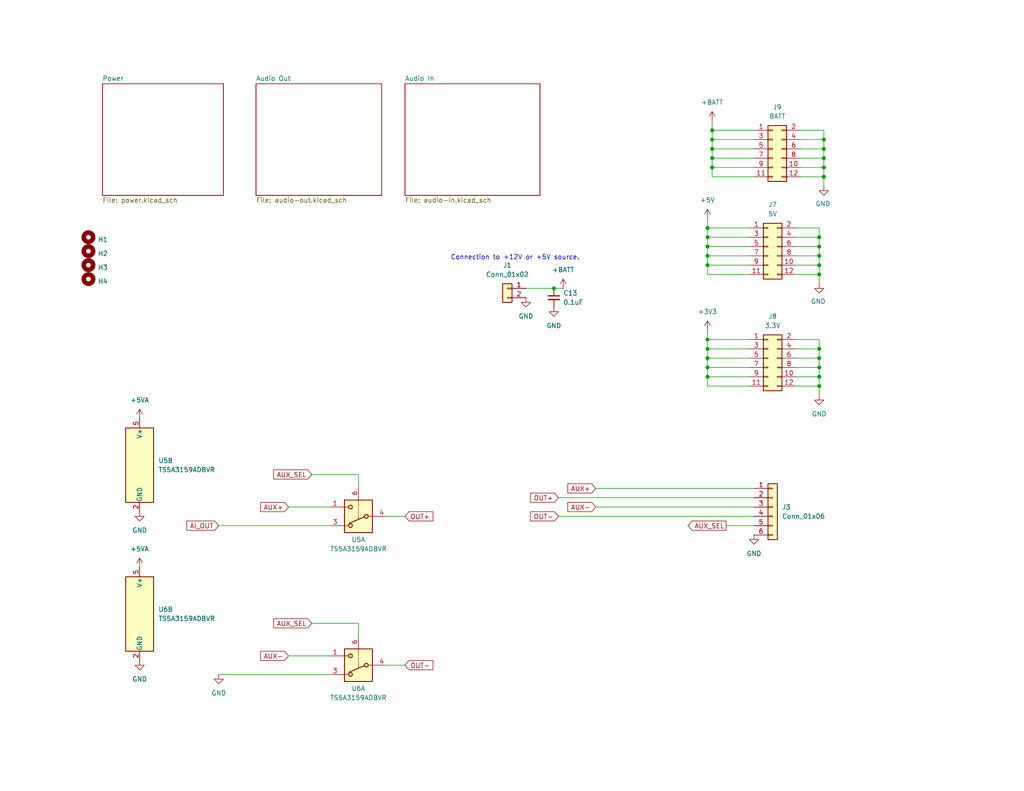
<source format=kicad_sch>
(kicad_sch (version 20231120) (generator "eeschema") (generator_version "8.0")
  (paper "USLetter")
  (title_block (title "Utility Board 1") (date "2025-02-13") (rev "1") (company "Bruce MacKinnon KC1FSZ") (comment 1 "Copyright (C) Bruce MacKinnon, 2025") (comment 2 "NOT FOR COMMERCIAL USE"))
  (lib_symbols
    (symbol "Analog_Switch:TS5A3159ADBVR" (pin_names (offset 0.127))
      (property "Reference" "U" (at -3.175 4.699 0))
      (property "Value" "TS5A3159ADBVR" (at -3.175 2.921 0))
      (symbol "TS5A3159ADBVR_1_1"
        (rectangle (start -3.81 4.445) (end 3.81 -4.445) (stroke (width 0.254)) (fill (type background)))
        (circle (center -2.159 0) (radius 0.508) (stroke (width 0.254)))
        (polyline (pts (xy -5.08 0) (xy -2.794 0)))
        (polyline (pts (xy -1.651 0.127) (xy 2.54 1.905)) (stroke (width 0.254)))
        (polyline (pts (xy 0 -5.08) (xy 0 -4.572)))
        (polyline (pts (xy 0 -4.318) (xy 0 -4.064)))
        (polyline (pts (xy 0 -3.81) (xy 0 -3.556)))
        (polyline (pts (xy 0 -3.302) (xy 0 -3.048)))
        (polyline (pts (xy 0 -2.794) (xy 0 -2.54)))
        (polyline (pts (xy 0 -2.286) (xy 0 -2.032)))
        (polyline (pts (xy 0 -1.778) (xy 0 -1.524)))
        (polyline (pts (xy 0 -1.27) (xy 0 -1.016)))
        (polyline (pts (xy 0 -0.762) (xy 0 -0.508)))
        (polyline (pts (xy 0 -0.254) (xy 0 0)))
        (polyline (pts (xy 0 0.254) (xy 0 0.508)))
        (polyline (pts (xy 0 0.254) (xy 0 0.508)))
        (polyline (pts (xy 5.08 -2.54) (xy 2.794 -2.54)))
        (polyline (pts (xy 5.08 2.54) (xy 2.794 2.54)))
        (circle (center 2.159 -2.54) (radius 0.508) (stroke (width 0.254)))
        (circle (center 2.159 2.54) (radius 0.508) (stroke (width 0.254)))
        (pin passive line (at 7.62 -2.54 180) (length 2.54) (name "~") (number "1"))
        (pin passive line (at 7.62 2.54 180) (length 2.54) (name "~") (number "3"))
        (pin passive line (at -7.62 0 0) (length 2.54) (name "~") (number "4"))
        (pin input line (at 0 -7.62 90) (length 2.54) (name "~") (number "6"))
      )
      (symbol "TS5A3159ADBVR_2_0"
        (pin power_in line (at 0 -12.7 90) (length 2.54) (name "GND") (number "2"))
        (pin power_in line (at 0 12.7 270) (length 2.54) (name "V+") (number "5"))
      )
      (symbol "TS5A3159ADBVR_2_1"
        (rectangle (start -3.81 10.16) (end 3.81 -10.16) (stroke (width 0.254)) (fill (type background)))
      )
    )
    (symbol "Connector_Generic:Conn_01x02" (pin_names (offset 1.016) hide)
      (property "Reference" "J" (at 0 2.54 0))
      (property "Value" "Conn_01x02" (at 0 -5.08 0))
      (symbol "Conn_01x02_1_1"
        (rectangle (start -1.27 -2.413) (end 0 -2.667) (stroke (width 0.1524)))
        (rectangle (start -1.27 0.127) (end 0 -0.127) (stroke (width 0.1524)))
        (rectangle (start -1.27 1.27) (end 1.27 -3.81) (stroke (width 0.254)) (fill (type background)))
        (pin passive line (at -5.08 0 0) (length 3.81) (name "Pin_1") (number "1"))
        (pin passive line (at -5.08 -2.54 0) (length 3.81) (name "Pin_2") (number "2"))
      )
    )
    (symbol "Connector_Generic:Conn_01x06" (pin_names (offset 1.016) hide)
      (property "Reference" "J" (at 0 7.62 0))
      (property "Value" "Conn_01x06" (at 0 -10.16 0))
      (symbol "Conn_01x06_1_1"
        (rectangle (start -1.27 -7.493) (end 0 -7.747) (stroke (width 0.1524)))
        (rectangle (start -1.27 -4.953) (end 0 -5.207) (stroke (width 0.1524)))
        (rectangle (start -1.27 -2.413) (end 0 -2.667) (stroke (width 0.1524)))
        (rectangle (start -1.27 0.127) (end 0 -0.127) (stroke (width 0.1524)))
        (rectangle (start -1.27 2.667) (end 0 2.413) (stroke (width 0.1524)))
        (rectangle (start -1.27 5.207) (end 0 4.953) (stroke (width 0.1524)))
        (rectangle (start -1.27 6.35) (end 1.27 -8.89) (stroke (width 0.254)) (fill (type background)))
        (pin passive line (at -5.08 5.08 0) (length 3.81) (name "Pin_1") (number "1"))
        (pin passive line (at -5.08 2.54 0) (length 3.81) (name "Pin_2") (number "2"))
        (pin passive line (at -5.08 0 0) (length 3.81) (name "Pin_3") (number "3"))
        (pin passive line (at -5.08 -2.54 0) (length 3.81) (name "Pin_4") (number "4"))
        (pin passive line (at -5.08 -5.08 0) (length 3.81) (name "Pin_5") (number "5"))
        (pin passive line (at -5.08 -7.62 0) (length 3.81) (name "Pin_6") (number "6"))
      )
    )
    (symbol "Connector_Generic:Conn_02x06_Odd_Even" (pin_names (offset 1.016) hide)
      (property "Reference" "J" (at 1.27 7.62 0))
      (property "Value" "Conn_02x06_Odd_Even" (at 1.27 -10.16 0))
      (symbol "Conn_02x06_Odd_Even_1_1"
        (rectangle (start -1.27 -7.493) (end 0 -7.747) (stroke (width 0.1524)))
        (rectangle (start -1.27 -4.953) (end 0 -5.207) (stroke (width 0.1524)))
        (rectangle (start -1.27 -2.413) (end 0 -2.667) (stroke (width 0.1524)))
        (rectangle (start -1.27 0.127) (end 0 -0.127) (stroke (width 0.1524)))
        (rectangle (start -1.27 2.667) (end 0 2.413) (stroke (width 0.1524)))
        (rectangle (start -1.27 5.207) (end 0 4.953) (stroke (width 0.1524)))
        (rectangle (start -1.27 6.35) (end 3.81 -8.89) (stroke (width 0.254)) (fill (type background)))
        (rectangle (start 3.81 -7.493) (end 2.54 -7.747) (stroke (width 0.1524)))
        (rectangle (start 3.81 -4.953) (end 2.54 -5.207) (stroke (width 0.1524)))
        (rectangle (start 3.81 -2.413) (end 2.54 -2.667) (stroke (width 0.1524)))
        (rectangle (start 3.81 0.127) (end 2.54 -0.127) (stroke (width 0.1524)))
        (rectangle (start 3.81 2.667) (end 2.54 2.413) (stroke (width 0.1524)))
        (rectangle (start 3.81 5.207) (end 2.54 4.953) (stroke (width 0.1524)))
        (pin passive line (at -5.08 5.08 0) (length 3.81) (name "Pin_1") (number "1"))
        (pin passive line (at 7.62 -5.08 180) (length 3.81) (name "Pin_10") (number "10"))
        (pin passive line (at -5.08 -7.62 0) (length 3.81) (name "Pin_11") (number "11"))
        (pin passive line (at 7.62 -7.62 180) (length 3.81) (name "Pin_12") (number "12"))
        (pin passive line (at 7.62 5.08 180) (length 3.81) (name "Pin_2") (number "2"))
        (pin passive line (at -5.08 2.54 0) (length 3.81) (name "Pin_3") (number "3"))
        (pin passive line (at 7.62 2.54 180) (length 3.81) (name "Pin_4") (number "4"))
        (pin passive line (at -5.08 0 0) (length 3.81) (name "Pin_5") (number "5"))
        (pin passive line (at 7.62 0 180) (length 3.81) (name "Pin_6") (number "6"))
        (pin passive line (at -5.08 -2.54 0) (length 3.81) (name "Pin_7") (number "7"))
        (pin passive line (at 7.62 -2.54 180) (length 3.81) (name "Pin_8") (number "8"))
        (pin passive line (at -5.08 -5.08 0) (length 3.81) (name "Pin_9") (number "9"))
      )
    )
    (symbol "Device:C_Small" (pin_numbers hide) (pin_names (offset 0.254) hide)
      (property "Reference" "C" (at 0.254 1.778 0))
      (property "Value" "C_Small" (at 0.254 -2.032 0))
      (symbol "C_Small_0_1"
        (polyline (pts (xy -1.524 -0.508) (xy 1.524 -0.508)) (stroke (width 0.3302)))
        (polyline (pts (xy -1.524 0.508) (xy 1.524 0.508)) (stroke (width 0.3048)))
      )
      (symbol "C_Small_1_1"
        (pin passive line (at 0 2.54 270) (length 2.032) (name "~") (number "1"))
        (pin passive line (at 0 -2.54 90) (length 2.032) (name "~") (number "2"))
      )
    )
    (symbol "Mechanical:MountingHole" (pin_names (offset 1.016)) (exclude_from_sim yes) (in_bom no)
      (property "Reference" "H" (at 0 5.08 0))
      (property "Value" "MountingHole" (at 0 3.175 0))
      (symbol "MountingHole_0_1"
        (circle (center 0 0) (radius 1.27) (stroke (width 1.27)))
      )
    )
    (symbol "power:+3V3" (power) (pin_numbers hide) (pin_names (offset 0) hide)
      (property "Value" "+3V3" (at 0 3.556 0))
      (symbol "+3V3_0_1"
        (polyline (pts (xy -0.762 1.27) (xy 0 2.54)))
        (polyline (pts (xy 0 0) (xy 0 2.54)))
        (polyline (pts (xy 0 2.54) (xy 0.762 1.27)))
      )
      (symbol "+3V3_1_1"
        (pin power_in line (at 0 0 90) (length 0) (name "~") (number "1"))
      )
    )
    (symbol "power:+5V" (power) (pin_numbers hide) (pin_names (offset 0) hide)
      (property "Value" "+5V" (at 0 3.556 0))
      (symbol "+5V_0_1"
        (polyline (pts (xy -0.762 1.27) (xy 0 2.54)))
        (polyline (pts (xy 0 0) (xy 0 2.54)))
        (polyline (pts (xy 0 2.54) (xy 0.762 1.27)))
      )
      (symbol "+5V_1_1"
        (pin power_in line (at 0 0 90) (length 0) (name "~") (number "1"))
      )
    )
    (symbol "power:+5VA" (power) (pin_numbers hide) (pin_names (offset 0) hide)
      (property "Value" "+5VA" (at 0 3.556 0))
      (symbol "+5VA_0_1"
        (polyline (pts (xy -0.762 1.27) (xy 0 2.54)))
        (polyline (pts (xy 0 0) (xy 0 2.54)))
        (polyline (pts (xy 0 2.54) (xy 0.762 1.27)))
      )
      (symbol "+5VA_1_1"
        (pin power_in line (at 0 0 90) (length 0) (name "~") (number "1"))
      )
    )
    (symbol "power:+BATT" (power) (pin_numbers hide) (pin_names (offset 0) hide)
      (property "Value" "+BATT" (at 0 3.556 0))
      (symbol "+BATT_0_1"
        (polyline (pts (xy -0.762 1.27) (xy 0 2.54)))
        (polyline (pts (xy 0 0) (xy 0 2.54)))
        (polyline (pts (xy 0 2.54) (xy 0.762 1.27)))
      )
      (symbol "+BATT_1_1"
        (pin power_in line (at 0 0 90) (length 0) (name "~") (number "1"))
      )
    )
    (symbol "power:GND" (power) (pin_numbers hide) (pin_names (offset 0) hide)
      (property "Value" "GND" (at 0 -3.81 0))
      (symbol "GND_0_1"
        (polyline (pts (xy 0 0) (xy 0 -1.27) (xy 1.27 -1.27) (xy 0 -2.54) (xy -1.27 -1.27) (xy 0 -1.27)))
      )
      (symbol "GND_1_1"
        (pin power_in line (at 0 0 270) (length 0) (name "~") (number "1"))
      )
    )
  )
  (junction (at 193.04 100.33))
  (junction (at 223.52 72.39))
  (junction (at 194.31 45.72))
  (junction (at 223.52 64.77))
  (junction (at 193.04 64.77))
  (junction (at 193.04 67.31))
  (junction (at 194.31 35.56))
  (junction (at 193.04 102.87))
  (junction (at 193.04 69.85))
  (junction (at 223.52 105.41))
  (junction (at 223.52 74.93))
  (junction (at 194.31 40.64))
  (junction (at 194.31 43.18))
  (junction (at 223.52 95.25))
  (junction (at 224.79 38.1))
  (junction (at 224.79 45.72))
  (junction (at 193.04 95.25))
  (junction (at 193.04 72.39))
  (junction (at 223.52 97.79))
  (junction (at 223.52 100.33))
  (junction (at 194.31 38.1))
  (junction (at 193.04 92.71))
  (junction (at 224.79 48.26))
  (junction (at 223.52 67.31))
  (junction (at 193.04 62.23))
  (junction (at 224.79 43.18))
  (junction (at 223.52 102.87))
  (junction (at 151.13 78.74))
  (junction (at 223.52 69.85))
  (junction (at 224.79 40.64))
  (junction (at 193.04 97.79))
  (wire (pts (xy 59.69 184.15) (xy 90.17 184.15)))
  (wire (pts (xy 193.04 74.93) (xy 193.04 72.39)))
  (wire (pts (xy 151.13 78.74) (xy 153.67 78.74)))
  (wire (pts (xy 152.4 140.97) (xy 205.74 140.97)))
  (wire (pts (xy 218.44 43.18) (xy 224.79 43.18)))
  (wire (pts (xy 162.56 133.35) (xy 205.74 133.35)))
  (wire (pts (xy 78.74 179.07) (xy 90.17 179.07)))
  (wire (pts (xy 193.04 100.33) (xy 193.04 97.79)))
  (wire (pts (xy 204.47 74.93) (xy 193.04 74.93)))
  (wire (pts (xy 217.17 67.31) (xy 223.52 67.31)))
  (wire (pts (xy 193.04 67.31) (xy 193.04 64.77)))
  (wire (pts (xy 193.04 105.41) (xy 193.04 102.87)))
  (wire (pts (xy 194.31 35.56) (xy 205.74 35.56)))
  (wire (pts (xy 78.74 138.43) (xy 90.17 138.43)))
  (wire (pts (xy 193.04 69.85) (xy 193.04 67.31)))
  (wire (pts (xy 218.44 48.26) (xy 224.79 48.26)))
  (wire (pts (xy 205.74 48.26) (xy 194.31 48.26)))
  (wire (pts (xy 223.52 69.85) (xy 223.52 72.39)))
  (wire (pts (xy 217.17 62.23) (xy 223.52 62.23)))
  (wire (pts (xy 194.31 48.26) (xy 194.31 45.72)))
  (wire (pts (xy 224.79 35.56) (xy 224.79 38.1)))
  (wire (pts (xy 218.44 40.64) (xy 224.79 40.64)))
  (wire (pts (xy 217.17 74.93) (xy 223.52 74.93)))
  (wire (pts (xy 223.52 92.71) (xy 223.52 95.25)))
  (wire (pts (xy 193.04 92.71) (xy 204.47 92.71)))
  (wire (pts (xy 194.31 45.72) (xy 194.31 43.18)))
  (wire (pts (xy 143.51 78.74) (xy 151.13 78.74)))
  (wire (pts (xy 217.17 105.41) (xy 223.52 105.41)))
  (wire (pts (xy 224.79 38.1) (xy 224.79 40.64)))
  (wire (pts (xy 162.56 138.43) (xy 205.74 138.43)))
  (wire (pts (xy 224.79 40.64) (xy 224.79 43.18)))
  (wire (pts (xy 218.44 35.56) (xy 224.79 35.56)))
  (wire (pts (xy 218.44 45.72) (xy 224.79 45.72)))
  (wire (pts (xy 204.47 64.77) (xy 193.04 64.77)))
  (wire (pts (xy 217.17 69.85) (xy 223.52 69.85)))
  (wire (pts (xy 217.17 92.71) (xy 223.52 92.71)))
  (wire (pts (xy 223.52 74.93) (xy 223.52 77.47)))
  (wire (pts (xy 193.04 102.87) (xy 193.04 100.33)))
  (wire (pts (xy 194.31 40.64) (xy 194.31 38.1)))
  (wire (pts (xy 204.47 67.31) (xy 193.04 67.31)))
  (wire (pts (xy 217.17 72.39) (xy 223.52 72.39)))
  (wire (pts (xy 223.52 102.87) (xy 223.52 105.41)))
  (wire (pts (xy 217.17 64.77) (xy 223.52 64.77)))
  (wire (pts (xy 85.09 170.18) (xy 97.79 170.18)))
  (wire (pts (xy 205.74 38.1) (xy 194.31 38.1)))
  (wire (pts (xy 224.79 48.26) (xy 224.79 50.8)))
  (wire (pts (xy 204.47 69.85) (xy 193.04 69.85)))
  (wire (pts (xy 97.79 129.54) (xy 97.79 133.35)))
  (wire (pts (xy 223.52 97.79) (xy 223.52 100.33)))
  (wire (pts (xy 223.52 62.23) (xy 223.52 64.77)))
  (wire (pts (xy 193.04 90.17) (xy 193.04 92.71)))
  (wire (pts (xy 224.79 43.18) (xy 224.79 45.72)))
  (wire (pts (xy 205.74 43.18) (xy 194.31 43.18)))
  (wire (pts (xy 194.31 43.18) (xy 194.31 40.64)))
  (wire (pts (xy 59.69 143.51) (xy 90.17 143.51)))
  (wire (pts (xy 205.74 40.64) (xy 194.31 40.64)))
  (wire (pts (xy 105.41 140.97) (xy 110.49 140.97)))
  (wire (pts (xy 204.47 100.33) (xy 193.04 100.33)))
  (wire (pts (xy 223.52 67.31) (xy 223.52 69.85)))
  (wire (pts (xy 193.04 97.79) (xy 193.04 95.25)))
  (wire (pts (xy 217.17 102.87) (xy 223.52 102.87)))
  (wire (pts (xy 194.31 33.02) (xy 194.31 35.56)))
  (wire (pts (xy 204.47 102.87) (xy 193.04 102.87)))
  (wire (pts (xy 223.52 100.33) (xy 223.52 102.87)))
  (wire (pts (xy 85.09 129.54) (xy 97.79 129.54)))
  (wire (pts (xy 204.47 72.39) (xy 193.04 72.39)))
  (wire (pts (xy 205.74 45.72) (xy 194.31 45.72)))
  (wire (pts (xy 204.47 95.25) (xy 193.04 95.25)))
  (wire (pts (xy 223.52 64.77) (xy 223.52 67.31)))
  (wire (pts (xy 218.44 38.1) (xy 224.79 38.1)))
  (wire (pts (xy 223.52 95.25) (xy 223.52 97.79)))
  (wire (pts (xy 217.17 95.25) (xy 223.52 95.25)))
  (wire (pts (xy 193.04 62.23) (xy 204.47 62.23)))
  (wire (pts (xy 193.04 72.39) (xy 193.04 69.85)))
  (wire (pts (xy 223.52 105.41) (xy 223.52 107.95)))
  (wire (pts (xy 193.04 95.25) (xy 193.04 92.71)))
  (wire (pts (xy 193.04 59.69) (xy 193.04 62.23)))
  (wire (pts (xy 204.47 105.41) (xy 193.04 105.41)))
  (wire (pts (xy 223.52 72.39) (xy 223.52 74.93)))
  (wire (pts (xy 152.4 135.89) (xy 205.74 135.89)))
  (wire (pts (xy 198.12 143.51) (xy 205.74 143.51)))
  (wire (pts (xy 204.47 97.79) (xy 193.04 97.79)))
  (wire (pts (xy 105.41 181.61) (xy 110.49 181.61)))
  (wire (pts (xy 193.04 64.77) (xy 193.04 62.23)))
  (wire (pts (xy 194.31 38.1) (xy 194.31 35.56)))
  (wire (pts (xy 224.79 45.72) (xy 224.79 48.26)))
  (wire (pts (xy 217.17 97.79) (xy 223.52 97.79)))
  (wire (pts (xy 97.79 170.18) (xy 97.79 173.99)))
  (wire (pts (xy 217.17 100.33) (xy 223.52 100.33)))
  (text "Connection to +12V or +5V source." (at 122.936 71.12 0) (effects (font (size 1.27 1.27)) (justify left bottom)))
  (global_label "OUT-" (shape input) (at 152.4 140.97 180) (property "Intersheetrefs" "${INTERSHEET_REFS}" (effects (hide yes))))
  (global_label "AUX-" (shape input) (at 78.74 179.07 180) (property "Intersheetrefs" "${INTERSHEET_REFS}" (effects (hide yes))))
  (global_label "AUX+" (shape input) (at 162.56 133.35 180) (property "Intersheetrefs" "${INTERSHEET_REFS}" (effects (hide yes))))
  (global_label "AUX_SEL" (shape input) (at 85.09 170.18 180) (property "Intersheetrefs" "${INTERSHEET_REFS}" (effects (hide yes))))
  (global_label "AUX_SEL" (shape input) (at 85.09 129.54 180) (property "Intersheetrefs" "${INTERSHEET_REFS}" (effects (hide yes))))
  (global_label "AUX_SEL" (shape output) (at 198.12 143.51 180) (property "Intersheetrefs" "${INTERSHEET_REFS}" (effects (hide yes))))
  (global_label "OUT-" (shape input) (at 110.49 181.61 0) (property "Intersheetrefs" "${INTERSHEET_REFS}" (effects (hide yes))))
  (global_label "AUX-" (shape input) (at 162.56 138.43 180) (property "Intersheetrefs" "${INTERSHEET_REFS}" (effects (hide yes))))
  (global_label "OUT+" (shape input) (at 152.4 135.89 180) (property "Intersheetrefs" "${INTERSHEET_REFS}" (effects (hide yes))))
  (global_label "AUX+" (shape input) (at 78.74 138.43 180) (property "Intersheetrefs" "${INTERSHEET_REFS}" (effects (hide yes))))
  (global_label "OUT+" (shape input) (at 110.49 140.97 0) (property "Intersheetrefs" "${INTERSHEET_REFS}" (effects (hide yes))))
  (global_label "AI_OUT" (shape input) (at 59.69 143.51 180) (property "Intersheetrefs" "${INTERSHEET_REFS}" (effects (hide yes))))
  (symbol (lib_id "Device:C_Small") (at 151.13 81.28 0) (unit 1)
    (property "Reference" "C13" (at 153.67 80.0162 0) (effects (justify left)))
    (property "Value" "0.1uF" (at 153.67 82.5562 0) (effects (justify left)))
    (property "Footprint" "Capacitor_SMD:C_0805_2012Metric_Pad1.18x1.45mm_HandSolder" (effects (hide yes)))
    (property "Description" "Unpolarized capacitor, small symbol" (effects (hide yes)))
  )
  (symbol (lib_id "power:GND") (at 59.69 184.15 0) (unit 1)
    (property "Reference" "#PWR030" (effects (hide yes)))
    (property "Value" "GND" (at 59.69 189.23 0))
    (property "Description" "Power symbol creates a global label with name \"GND\" , ground" (effects (hide yes)))
  )
  (symbol (lib_id "power:GND") (at 223.52 107.95 0) (unit 1)
    (property "Reference" "#PWR038" (effects (hide yes)))
    (property "Value" "GND" (at 223.52 113.03 0))
    (property "Description" "Power symbol creates a global label with name \"GND\" , ground" (effects (hide yes)))
  )
  (symbol (lib_id "Analog_Switch:TS5A3159ADBVR") (at 97.79 181.61 180) (unit 1)
    (property "Reference" "U6" (at 97.79 187.96 0))
    (property "Value" "TS5A3159ADBVR" (at 97.79 190.5 0))
    (property "Footprint" "Package_TO_SOT_SMD:SOT-23-6" (effects (hide yes)))
    (property "Datasheet" "http://www.ti.com/lit/ds/symlink/ts5a3159a.pdf" (effects (hide yes)))
    (property "Description" "Single SPDT Analog Switch, 1.65-V to 5.5-V Single-Supply Operation, 1Ohm Ron, SOT-23-6" (effects (hide yes)))
  )
  (symbol (lib_id "power:+BATT") (at 194.31 33.02 0) (unit 1)
    (property "Reference" "#PWR041" (effects (hide yes)))
    (property "Value" "+BATT" (at 194.31 27.94 0))
    (property "Description" "Power symbol creates a global label with name \"+BATT\"" (effects (hide yes)))
  )
  (symbol (lib_id "power:+5VA") (at 38.1 154.94 0) (unit 1)
    (property "Reference" "#PWR032" (effects (hide yes)))
    (property "Value" "+5VA" (at 38.1 149.86 0))
    (property "Description" "Power symbol creates a global label with name \"+5VA\"" (effects (hide yes)))
  )
  (symbol (lib_id "power:+3V3") (at 193.04 90.17 0) (unit 1)
    (property "Reference" "#PWR037" (effects (hide yes)))
    (property "Value" "+3V3" (at 193.04 85.09 0))
    (property "Description" "Power symbol creates a global label with name \"+3V3\"" (effects (hide yes)))
  )
  (symbol (lib_id "Mechanical:MountingHole") (at 24.13 68.58 0) (unit 1)
    (property "Reference" "H2" (at 26.67 69.215 0) (effects (justify left)))
    (property "Value" "MountingHole" (effects (hide yes)))
    (property "Footprint" "MountingHole:MountingHole_4mm" (effects (hide yes)))
    (property "Description" "Mounting Hole without connection" (effects (hide yes)))
  )
  (symbol (lib_id "power:+BATT") (at 153.67 78.74 0) (unit 1)
    (property "Reference" "#PWR039" (effects (hide yes)))
    (property "Value" "+BATT" (at 153.67 73.66 0))
    (property "Description" "Power symbol creates a global label with name \"+BATT\"" (effects (hide yes)))
  )
  (symbol (lib_id "power:GND") (at 38.1 139.7 0) (unit 1)
    (property "Reference" "#PWR042" (effects (hide yes)))
    (property "Value" "GND" (at 38.1 144.78 0))
    (property "Description" "Power symbol creates a global label with name \"GND\" , ground" (effects (hide yes)))
  )
  (symbol (lib_id "Connector_Generic:Conn_02x06_Odd_Even") (at 209.55 97.79 0) (unit 1)
    (property "Reference" "J8" (at 210.82 86.36 0))
    (property "Value" "3.3V" (at 210.82 88.9 0))
    (property "Footprint" "Connector_PinHeader_2.54mm:PinHeader_2x06_P2.54mm_Vertical" (effects (hide yes)))
    (property "Description" "Generic connector, double row, 02x06, odd/even pin numbering scheme (row 1 odd numbers, row 2 even numbers), script generated (kicad-library-utils/schlib/autogen/connector/)" (effects (hide yes)))
  )
  (symbol (lib_id "power:GND") (at 223.52 77.47 0) (unit 1)
    (property "Reference" "#PWR036" (effects (hide yes)))
    (property "Value" "GND" (at 223.266 82.296 0))
    (property "Description" "Power symbol creates a global label with name \"GND\" , ground" (effects (hide yes)))
  )
  (symbol (lib_id "Connector_Generic:Conn_02x06_Odd_Even") (at 210.82 40.64 0) (unit 1)
    (property "Reference" "J9" (at 212.09 29.21 0))
    (property "Value" "BATT" (at 212.09 31.75 0))
    (property "Footprint" "Connector_PinHeader_2.54mm:PinHeader_2x06_P2.54mm_Vertical" (effects (hide yes)))
    (property "Description" "Generic connector, double row, 02x06, odd/even pin numbering scheme (row 1 odd numbers, row 2 even numbers), script generated (kicad-library-utils/schlib/autogen/connector/)" (effects (hide yes)))
  )
  (symbol (lib_id "Connector_Generic:Conn_01x02") (at 138.43 78.74 0) (mirror y) (unit 1)
    (property "Reference" "J1" (at 138.43 72.39 0))
    (property "Value" "Conn_01x02" (at 138.43 74.93 0))
    (property "Footprint" "Connector_PinHeader_2.54mm:PinHeader_1x02_P2.54mm_Vertical" (effects (hide yes)))
    (property "Description" "Generic connector, single row, 01x02, script generated (kicad-library-utils/schlib/autogen/connector/)" (effects (hide yes)))
  )
  (symbol (lib_id "Mechanical:MountingHole") (at 24.13 72.39 0) (unit 1)
    (property "Reference" "H3" (at 26.67 73.025 0) (effects (justify left)))
    (property "Value" "MountingHole" (effects (hide yes)))
    (property "Footprint" "MountingHole:MountingHole_4mm" (effects (hide yes)))
    (property "Description" "Mounting Hole without connection" (effects (hide yes)))
  )
  (symbol (lib_id "power:GND") (at 143.51 81.28 0) (unit 1)
    (property "Reference" "#PWR01" (effects (hide yes)))
    (property "Value" "GND" (at 143.51 86.36 0))
    (property "Description" "Power symbol creates a global label with name \"GND\" , ground" (effects (hide yes)))
  )
  (symbol (lib_id "Mechanical:MountingHole") (at 24.13 64.77 0) (unit 1)
    (property "Reference" "H1" (at 26.67 65.405 0) (effects (justify left)))
    (property "Value" "MountingHole" (effects (hide yes)))
    (property "Footprint" "MountingHole:MountingHole_4mm" (effects (hide yes)))
    (property "Description" "Mounting Hole without connection" (effects (hide yes)))
  )
  (symbol (lib_id "Analog_Switch:TS5A3159ADBVR") (at 38.1 167.64 0) (unit 2)
    (property "Reference" "U6" (at 43.18 166.3699 0) (effects (justify left)))
    (property "Value" "TS5A3159ADBVR" (at 43.18 168.9099 0) (effects (justify left)))
    (property "Footprint" "Package_TO_SOT_SMD:SOT-23-6" (effects (hide yes)))
    (property "Datasheet" "http://www.ti.com/lit/ds/symlink/ts5a3159a.pdf" (effects (hide yes)))
    (property "Description" "Single SPDT Analog Switch, 1.65-V to 5.5-V Single-Supply Operation, 1Ohm Ron, SOT-23-6" (effects (hide yes)))
  )
  (symbol (lib_id "power:GND") (at 38.1 180.34 0) (unit 1)
    (property "Reference" "#PWR043" (effects (hide yes)))
    (property "Value" "GND" (at 38.1 185.42 0))
    (property "Description" "Power symbol creates a global label with name \"GND\" , ground" (effects (hide yes)))
  )
  (symbol (lib_id "Connector_Generic:Conn_01x06") (at 210.82 138.43 0) (unit 1)
    (property "Reference" "J3" (at 213.36 138.4299 0) (effects (justify left)))
    (property "Value" "Conn_01x06" (at 213.36 140.9699 0) (effects (justify left)))
    (property "Footprint" "Connector_PinHeader_2.54mm:PinHeader_1x06_P2.54mm_Vertical" (effects (hide yes)))
    (property "Description" "Generic connector, single row, 01x06, script generated (kicad-library-utils/schlib/autogen/connector/)" (effects (hide yes)))
  )
  (symbol (lib_id "power:GND") (at 205.74 146.05 0) (unit 1)
    (property "Reference" "#PWR044" (effects (hide yes)))
    (property "Value" "GND" (at 205.74 151.13 0))
    (property "Description" "Power symbol creates a global label with name \"GND\" , ground" (effects (hide yes)))
  )
  (symbol (lib_id "power:+5V") (at 193.04 59.69 0) (unit 1)
    (property "Reference" "#PWR035" (effects (hide yes)))
    (property "Value" "+5V" (at 193.04 54.61 0))
    (property "Description" "Power symbol creates a global label with name \"+5V\"" (effects (hide yes)))
  )
  (symbol (lib_id "Analog_Switch:TS5A3159ADBVR") (at 38.1 127 0) (unit 2)
    (property "Reference" "U5" (at 43.18 125.7299 0) (effects (justify left)))
    (property "Value" "TS5A3159ADBVR" (at 43.18 128.2699 0) (effects (justify left)))
    (property "Footprint" "Package_TO_SOT_SMD:SOT-23-6" (effects (hide yes)))
    (property "Datasheet" "http://www.ti.com/lit/ds/symlink/ts5a3159a.pdf" (effects (hide yes)))
    (property "Description" "Single SPDT Analog Switch, 1.65-V to 5.5-V Single-Supply Operation, 1Ohm Ron, SOT-23-6" (effects (hide yes)))
  )
  (symbol (lib_id "power:+5VA") (at 38.1 114.3 0) (unit 1)
    (property "Reference" "#PWR029" (effects (hide yes)))
    (property "Value" "+5VA" (at 38.1 109.22 0))
    (property "Description" "Power symbol creates a global label with name \"+5VA\"" (effects (hide yes)))
  )
  (symbol (lib_id "Analog_Switch:TS5A3159ADBVR") (at 97.79 140.97 180) (unit 1)
    (property "Reference" "U5" (at 97.79 147.32 0))
    (property "Value" "TS5A3159ADBVR" (at 97.79 149.86 0))
    (property "Footprint" "Package_TO_SOT_SMD:SOT-23-6" (effects (hide yes)))
    (property "Datasheet" "http://www.ti.com/lit/ds/symlink/ts5a3159a.pdf" (effects (hide yes)))
    (property "Description" "Single SPDT Analog Switch, 1.65-V to 5.5-V Single-Supply Operation, 1Ohm Ron, SOT-23-6" (effects (hide yes)))
  )
  (symbol (lib_id "Mechanical:MountingHole") (at 24.13 76.2 0) (unit 1)
    (property "Reference" "H4" (at 26.67 76.835 0) (effects (justify left)))
    (property "Value" "MountingHole" (effects (hide yes)))
    (property "Footprint" "MountingHole:MountingHole_4mm" (effects (hide yes)))
    (property "Description" "Mounting Hole without connection" (effects (hide yes)))
  )
  (symbol (lib_id "power:GND") (at 151.13 83.82 0) (unit 1)
    (property "Reference" "#PWR033" (effects (hide yes)))
    (property "Value" "GND" (at 151.13 88.9 0))
    (property "Description" "Power symbol creates a global label with name \"GND\" , ground" (effects (hide yes)))
  )
  (symbol (lib_id "Connector_Generic:Conn_02x06_Odd_Even") (at 209.55 67.31 0) (unit 1)
    (property "Reference" "J7" (at 210.82 55.88 0))
    (property "Value" "5V" (at 210.82 58.42 0))
    (property "Footprint" "Connector_PinHeader_2.54mm:PinHeader_2x06_P2.54mm_Vertical" (effects (hide yes)))
    (property "Description" "Generic connector, double row, 02x06, odd/even pin numbering scheme (row 1 odd numbers, row 2 even numbers), script generated (kicad-library-utils/schlib/autogen/connector/)" (effects (hide yes)))
  )
  (symbol (lib_id "power:GND") (at 224.79 50.8 0) (unit 1)
    (property "Reference" "#PWR040" (effects (hide yes)))
    (property "Value" "GND" (at 224.536 55.626 0))
    (property "Description" "Power symbol creates a global label with name \"GND\" , ground" (effects (hide yes)))
  )
  (sheet (at 27.94 22.86) (size 33.02 30.48) (stroke (width 0.1524))
    (property "Sheetname" "Power" (at 27.94 22.1484 0) (effects (justify left bottom)))
    (property "Sheetfile" "power.kicad_sch" (at 27.94 53.9246 0) (effects (justify left top)))
  )
  (sheet (at 110.49 22.86) (size 36.83 30.48) (stroke (width 0.1524))
    (property "Sheetname" "Audio In" (at 110.49 22.1484 0) (effects (justify left bottom)))
    (property "Sheetfile" "audio-in.kicad_sch" (at 110.49 53.9246 0) (effects (justify left top)))
  )
  (sheet (at 69.85 22.86) (size 34.29 30.48) (stroke (width 0.1524))
    (property "Sheetname" "Audio Out" (at 69.85 22.1484 0) (effects (justify left bottom)))
    (property "Sheetfile" "audio-out.kicad_sch" (at 69.85 53.9246 0) (effects (justify left top)))
  )
)
</source>
